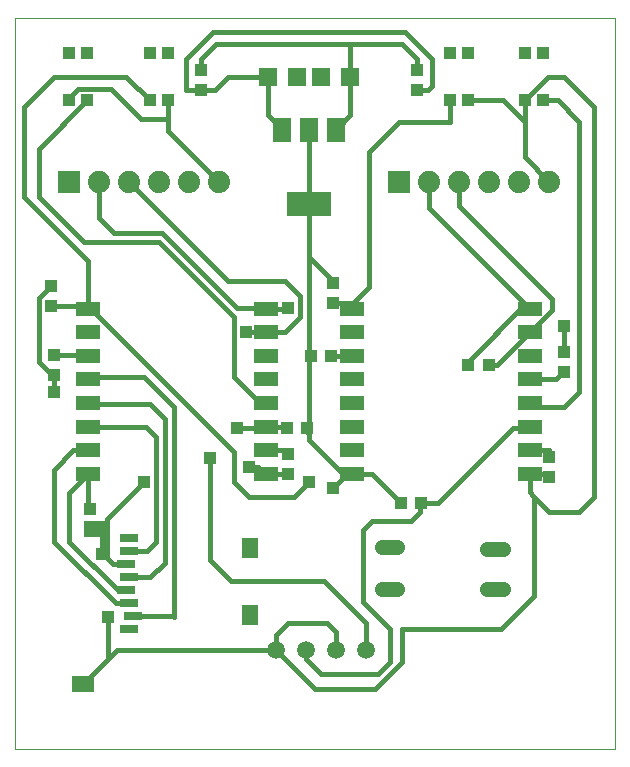
<source format=gtl>
G75*
%MOIN*%
%OFA0B0*%
%FSLAX25Y25*%
%IPPOS*%
%LPD*%
%AMOC8*
5,1,8,0,0,1.08239X$1,22.5*
%
%ADD10C,0.00000*%
%ADD11R,0.05937X0.05937*%
%ADD12C,0.05150*%
%ADD13R,0.05512X0.07087*%
%ADD14R,0.07480X0.05512*%
%ADD15R,0.05906X0.03150*%
%ADD16R,0.07400X0.07400*%
%ADD17C,0.07400*%
%ADD18R,0.03937X0.04331*%
%ADD19R,0.04331X0.03937*%
%ADD20R,0.03937X0.03937*%
%ADD21R,0.05906X0.07874*%
%ADD22R,0.14961X0.07874*%
%ADD23R,0.07874X0.04724*%
%ADD24C,0.05937*%
%ADD25C,0.01600*%
%ADD26R,0.03962X0.03962*%
D10*
X0007667Y0001000D02*
X0007667Y0244701D01*
X0207588Y0244701D01*
X0207588Y0001000D01*
X0007667Y0001000D01*
D11*
X0091887Y0225000D03*
X0101730Y0225000D03*
X0109604Y0225000D03*
X0119446Y0225000D03*
D12*
X0129989Y0068260D02*
X0135139Y0068260D01*
X0135139Y0054323D02*
X0129989Y0054323D01*
X0165139Y0054323D02*
X0170289Y0054323D01*
X0170289Y0067472D02*
X0165139Y0067472D01*
D13*
X0086092Y0067929D03*
X0086092Y0045488D03*
D14*
X0034320Y0074228D03*
X0030383Y0022457D03*
D15*
X0045541Y0040803D03*
X0047115Y0045134D03*
X0045541Y0049465D03*
X0044753Y0053795D03*
X0045541Y0058126D03*
X0044753Y0062457D03*
X0045541Y0066787D03*
X0045541Y0071118D03*
D16*
X0025667Y0190000D03*
X0135667Y0190000D03*
D17*
X0145667Y0190000D03*
X0155667Y0190000D03*
X0165667Y0190000D03*
X0175667Y0190000D03*
X0185667Y0190000D03*
X0075667Y0190000D03*
X0065667Y0190000D03*
X0055667Y0190000D03*
X0045667Y0190000D03*
X0035667Y0190000D03*
D18*
X0019667Y0155346D03*
X0019667Y0148654D03*
X0020667Y0132346D03*
X0020667Y0125654D03*
X0098667Y0099346D03*
X0098667Y0092654D03*
X0113667Y0149654D03*
X0113667Y0156346D03*
X0141667Y0220654D03*
X0141667Y0227346D03*
X0069667Y0227346D03*
X0069667Y0220654D03*
X0185667Y0098346D03*
X0185667Y0091654D03*
X0190667Y0126654D03*
X0190667Y0133346D03*
D19*
X0143013Y0083000D03*
X0136320Y0083000D03*
X0105013Y0108000D03*
X0098320Y0108000D03*
X0106320Y0132000D03*
X0113013Y0132000D03*
D20*
X0152517Y0217126D03*
X0158816Y0217126D03*
X0158816Y0232874D03*
X0152517Y0232874D03*
X0177517Y0232874D03*
X0183816Y0232874D03*
X0183816Y0217126D03*
X0177517Y0217126D03*
X0058816Y0217126D03*
X0052517Y0217126D03*
X0052517Y0232874D03*
X0058816Y0232874D03*
X0031816Y0232874D03*
X0025517Y0232874D03*
X0025517Y0217126D03*
X0031816Y0217126D03*
D21*
X0096612Y0207402D03*
X0105667Y0207402D03*
X0114722Y0207402D03*
D22*
X0105667Y0182598D03*
D23*
X0120139Y0147717D03*
X0120139Y0139843D03*
X0120139Y0131969D03*
X0120139Y0124094D03*
X0120139Y0116220D03*
X0120139Y0108346D03*
X0120139Y0100472D03*
X0120139Y0092598D03*
X0091194Y0092598D03*
X0091194Y0100472D03*
X0091194Y0108346D03*
X0091194Y0116220D03*
X0091194Y0124094D03*
X0091194Y0131969D03*
X0091194Y0139843D03*
X0091194Y0147717D03*
X0032139Y0147717D03*
X0032139Y0139843D03*
X0032139Y0131969D03*
X0032139Y0124094D03*
X0032139Y0116220D03*
X0032139Y0108346D03*
X0032139Y0100472D03*
X0032139Y0092598D03*
X0179194Y0092598D03*
X0179194Y0100472D03*
X0179194Y0108346D03*
X0179194Y0116220D03*
X0179194Y0124094D03*
X0179194Y0131969D03*
X0179194Y0139843D03*
X0179194Y0147717D03*
D24*
X0124667Y0034000D03*
X0114667Y0034000D03*
X0104667Y0034000D03*
X0094667Y0034000D03*
D25*
X0041667Y0034000D01*
X0038667Y0031000D01*
X0038667Y0045000D01*
X0041202Y0049465D02*
X0020667Y0070000D01*
X0020667Y0094000D01*
X0027139Y0100472D01*
X0032139Y0100472D01*
X0032139Y0092598D02*
X0032139Y0081528D01*
X0032667Y0081000D01*
X0034667Y0074000D02*
X0036667Y0072000D01*
X0038167Y0070500D01*
X0038167Y0064500D01*
X0040210Y0062457D01*
X0044753Y0062457D01*
X0045541Y0066787D02*
X0045753Y0067000D01*
X0051667Y0067000D01*
X0054667Y0070000D01*
X0054667Y0105000D01*
X0051320Y0108346D01*
X0032139Y0108346D01*
X0032360Y0116000D02*
X0032139Y0116220D01*
X0032360Y0116000D02*
X0052667Y0116000D01*
X0057667Y0111000D01*
X0057667Y0063000D01*
X0052793Y0058126D01*
X0045541Y0058126D01*
X0044753Y0053795D02*
X0041871Y0053795D01*
X0025667Y0070000D01*
X0025667Y0086126D01*
X0032139Y0092598D01*
X0038167Y0077500D02*
X0038167Y0070500D01*
X0036667Y0072000D02*
X0036667Y0066000D01*
X0038167Y0077500D02*
X0050667Y0090000D01*
X0072667Y0098000D02*
X0072667Y0064000D01*
X0079667Y0057000D01*
X0110667Y0057000D01*
X0124667Y0043000D01*
X0124667Y0034000D01*
X0128667Y0026000D02*
X0132667Y0030000D01*
X0132667Y0041000D01*
X0123667Y0050000D01*
X0123667Y0074000D01*
X0126667Y0077000D01*
X0139667Y0077000D01*
X0142667Y0080000D01*
X0142667Y0082654D01*
X0143013Y0083000D01*
X0148667Y0083000D01*
X0173667Y0108000D01*
X0178848Y0108000D01*
X0179194Y0108346D01*
X0180415Y0115000D02*
X0179194Y0116220D01*
X0180415Y0115000D02*
X0190667Y0115000D01*
X0195667Y0120000D01*
X0195667Y0210000D01*
X0188541Y0217126D01*
X0183816Y0217126D01*
X0177517Y0217126D02*
X0177517Y0210000D01*
X0170391Y0217126D01*
X0158816Y0217126D01*
X0152517Y0217126D02*
X0152517Y0210000D01*
X0135667Y0210000D01*
X0125667Y0200000D01*
X0125667Y0155000D01*
X0120320Y0149654D01*
X0113667Y0149654D01*
X0118202Y0149654D01*
X0120139Y0147717D01*
X0113667Y0156346D02*
X0113667Y0157000D01*
X0105667Y0165000D01*
X0105667Y0132000D01*
X0106320Y0132000D01*
X0105667Y0132000D02*
X0105667Y0108000D01*
X0105013Y0108000D01*
X0105667Y0108000D02*
X0105667Y0106000D01*
X0105013Y0106654D01*
X0105667Y0106000D02*
X0105667Y0104000D01*
X0117667Y0092000D01*
X0113667Y0088000D01*
X0117667Y0092000D02*
X0119541Y0092000D01*
X0120139Y0092598D01*
X0126722Y0092598D01*
X0136320Y0083000D01*
X0105667Y0090000D02*
X0100667Y0085000D01*
X0085667Y0085000D01*
X0080667Y0090000D01*
X0080667Y0100000D01*
X0032950Y0147717D01*
X0032139Y0147717D01*
X0032139Y0163528D01*
X0010667Y0185000D01*
X0010667Y0215000D01*
X0020667Y0225000D01*
X0044643Y0225000D01*
X0052517Y0217126D01*
X0058667Y0217126D02*
X0058667Y0211000D01*
X0049667Y0211000D01*
X0039667Y0221000D01*
X0028667Y0221000D01*
X0025517Y0217850D01*
X0025517Y0217126D01*
X0031816Y0217126D02*
X0015667Y0200976D01*
X0015667Y0185000D01*
X0030667Y0170000D01*
X0055667Y0170000D01*
X0080667Y0145000D01*
X0080667Y0125000D01*
X0090667Y0115000D01*
X0090667Y0115693D01*
X0091194Y0116220D01*
X0091194Y0108346D02*
X0097974Y0108346D01*
X0098320Y0108000D01*
X0097541Y0100472D02*
X0098667Y0099346D01*
X0097541Y0100472D02*
X0091194Y0100472D01*
X0088793Y0095000D02*
X0085667Y0095000D01*
X0088793Y0095000D02*
X0091194Y0092598D01*
X0098612Y0092598D01*
X0098667Y0092654D01*
X0090848Y0108000D02*
X0091194Y0108346D01*
X0090848Y0108000D02*
X0081667Y0108000D01*
X0060667Y0115000D02*
X0050667Y0125000D01*
X0033045Y0125000D01*
X0032139Y0124094D01*
X0032139Y0131969D02*
X0031761Y0132346D01*
X0020667Y0132346D01*
X0015667Y0130000D02*
X0020013Y0125654D01*
X0020667Y0125654D01*
X0020667Y0120000D01*
X0015667Y0130000D02*
X0015667Y0151346D01*
X0019667Y0155346D01*
X0019667Y0148654D02*
X0031202Y0148654D01*
X0032139Y0147717D01*
X0040667Y0173000D02*
X0056667Y0173000D01*
X0081667Y0148000D01*
X0090911Y0148000D01*
X0091194Y0147717D01*
X0098383Y0147717D01*
X0098667Y0148000D01*
X0102667Y0145000D02*
X0102667Y0152000D01*
X0097667Y0157000D01*
X0078667Y0157000D01*
X0045667Y0190000D01*
X0035667Y0190000D02*
X0035667Y0178000D01*
X0040667Y0173000D01*
X0058816Y0206850D02*
X0075667Y0190000D01*
X0058816Y0206850D02*
X0058816Y0217126D01*
X0058667Y0217126D01*
X0064667Y0220654D02*
X0069667Y0220654D01*
X0074320Y0220654D01*
X0078667Y0225000D01*
X0091887Y0225000D01*
X0091887Y0212126D01*
X0096612Y0207402D01*
X0105667Y0207402D02*
X0105667Y0182598D01*
X0105667Y0165000D01*
X0102667Y0145000D02*
X0097667Y0140000D01*
X0091352Y0140000D01*
X0084667Y0140000D01*
X0091194Y0139843D02*
X0091352Y0140000D01*
X0113013Y0132000D02*
X0120108Y0132000D01*
X0120139Y0131969D01*
X0158667Y0130000D02*
X0177789Y0149122D01*
X0179194Y0147717D01*
X0177789Y0149122D02*
X0145667Y0181244D01*
X0145667Y0190000D01*
X0155667Y0190000D02*
X0155667Y0182000D01*
X0186667Y0151000D01*
X0186667Y0147315D01*
X0179194Y0139843D01*
X0168352Y0129000D01*
X0165667Y0129000D01*
X0158667Y0129000D02*
X0158667Y0130000D01*
X0179194Y0124094D02*
X0188108Y0124094D01*
X0190667Y0126654D01*
X0190667Y0133346D02*
X0190667Y0142000D01*
X0185667Y0100472D02*
X0179194Y0100472D01*
X0179194Y0092598D02*
X0185667Y0092598D01*
X0185667Y0091654D01*
X0185667Y0098346D02*
X0185667Y0100472D01*
X0179194Y0092598D02*
X0179194Y0086472D01*
X0180667Y0085000D01*
X0180667Y0052000D01*
X0169667Y0041000D01*
X0136667Y0041000D01*
X0136667Y0030000D01*
X0127667Y0021000D01*
X0107667Y0021000D01*
X0094667Y0034000D01*
X0094667Y0039000D01*
X0098667Y0043000D01*
X0111667Y0043000D01*
X0114667Y0040000D01*
X0114667Y0034000D01*
X0109667Y0026000D02*
X0128667Y0026000D01*
X0109667Y0026000D02*
X0104667Y0031000D01*
X0104667Y0034000D01*
X0060667Y0045000D02*
X0060667Y0115000D01*
X0045541Y0049465D02*
X0041202Y0049465D01*
X0047115Y0045134D02*
X0060533Y0045134D01*
X0060667Y0045000D01*
X0038667Y0031000D02*
X0029667Y0022000D01*
X0180667Y0085000D02*
X0185667Y0080000D01*
X0195667Y0080000D01*
X0200667Y0085000D01*
X0200667Y0215000D01*
X0190667Y0225000D01*
X0185391Y0225000D01*
X0177517Y0217126D01*
X0177517Y0210000D02*
X0177517Y0198150D01*
X0185667Y0190000D01*
X0146667Y0222000D02*
X0146667Y0231000D01*
X0137667Y0240000D01*
X0073667Y0240000D01*
X0064667Y0231000D01*
X0064667Y0220654D01*
X0069667Y0227346D02*
X0069667Y0231000D01*
X0074667Y0236000D01*
X0119446Y0236000D01*
X0119446Y0225000D01*
X0119446Y0212126D01*
X0114722Y0207402D01*
X0119446Y0236000D02*
X0136667Y0236000D01*
X0141667Y0231000D01*
X0141667Y0227346D01*
X0141667Y0220654D02*
X0145320Y0220654D01*
X0146667Y0222000D01*
D26*
X0098667Y0148000D03*
X0084667Y0140000D03*
X0081667Y0108000D03*
X0072667Y0098000D03*
X0085667Y0095000D03*
X0105667Y0090000D03*
X0113667Y0088000D03*
X0158667Y0129000D03*
X0165667Y0129000D03*
X0190667Y0142000D03*
X0050667Y0090000D03*
X0032667Y0081000D03*
X0036667Y0066000D03*
X0038667Y0045000D03*
X0020667Y0120000D03*
M02*

</source>
